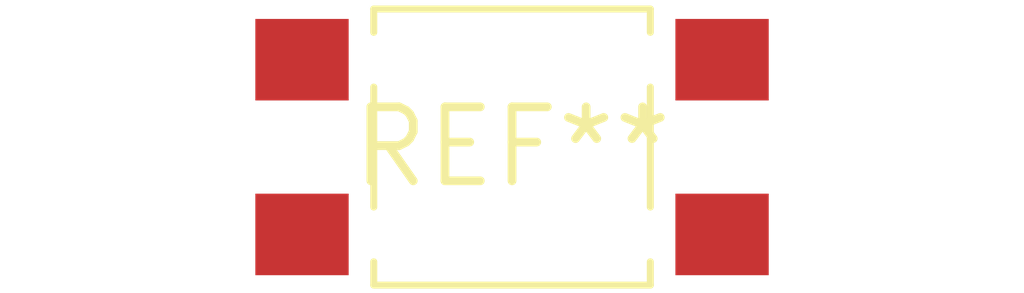
<source format=kicad_pcb>
(kicad_pcb (version 20240108) (generator pcbnew)
  (layers (0 "F.Cu" signal) (31 "B.Cu" signal) (34 "B.Paste" user) (35 "F.Paste" user) (36 "B.SilkS" user "B.Silkscreen") (37 "F.SilkS" user "F.Silkscreen") (38 "B.Mask" user) (39 "F.Mask" user) (44 "Edge.Cuts" user))
  (net 0 "")
  (footprint "SW_SPST_TL3305C" (layer "F.Cu") (at 0 0)
    (property "Reference" "REF**")
    (property "Value" "SW_SPST_TL3305C")
    (fp_line (start -2.37 -2.37) (end -2.37 -1.97) (layer "F.SilkS") (stroke (width 0.12)))
    (fp_line (start -2.37 -2.37) (end 2.37 -2.37) (layer "F.SilkS") (stroke (width 0.12)))
    (fp_line (start -2.37 1.03) (end -2.37 -1.03) (layer "F.SilkS") (stroke (width 0.12)))
    (fp_line (start -2.37 2.37) (end -2.37 1.97) (layer "F.SilkS") (stroke (width 0.12)))
    (fp_line (start -2.37 2.37) (end 2.37 2.37) (layer "F.SilkS") (stroke (width 0.12)))
    (fp_line (start 2.37 -2.37) (end 2.37 -1.97) (layer "F.SilkS") (stroke (width 0.12)))
    (fp_line (start 2.37 1.03) (end 2.37 -1.03) (layer "F.SilkS") (stroke (width 0.12)))
    (fp_line (start 2.37 2.37) (end 2.37 1.97) (layer "F.SilkS") (stroke (width 0.12)))
    (pad "1" smd rect (at -3.6 -1.5) (size 1.6 1.4) (layers "F.Cu" "F.Paste" "F.Mask"))
    (pad "1" smd rect (at 3.6 -1.5) (size 1.6 1.4) (layers "F.Cu" "F.Paste" "F.Mask"))
    (pad "2" smd rect (at -3.6 1.5) (size 1.6 1.4) (layers "F.Cu" "F.Paste" "F.Mask"))
    (pad "2" smd rect (at 3.6 1.5) (size 1.6 1.4) (layers "F.Cu" "F.Paste" "F.Mask"))
  )
)
</source>
